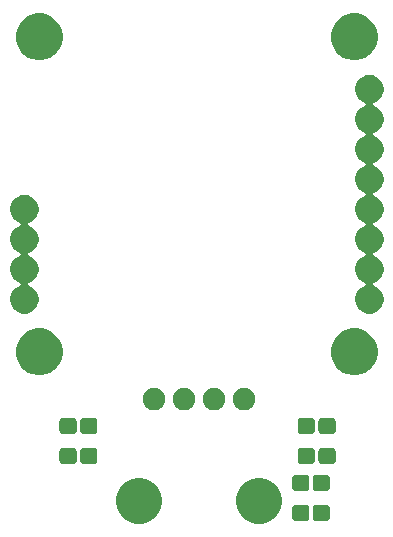
<source format=gbr>
G04 #@! TF.GenerationSoftware,KiCad,Pcbnew,(5.0.2)-1*
G04 #@! TF.CreationDate,2019-03-03T18:02:14-06:00*
G04 #@! TF.ProjectId,IMUBreakout_Hardware,494d5542-7265-4616-9b6f-75745f486172,rev?*
G04 #@! TF.SameCoordinates,Original*
G04 #@! TF.FileFunction,Soldermask,Top*
G04 #@! TF.FilePolarity,Negative*
%FSLAX46Y46*%
G04 Gerber Fmt 4.6, Leading zero omitted, Abs format (unit mm)*
G04 Created by KiCad (PCBNEW (5.0.2)-1) date 3/3/2019 6:02:14 PM*
%MOMM*%
%LPD*%
G01*
G04 APERTURE LIST*
%ADD10C,0.100000*%
G04 APERTURE END LIST*
D10*
G36*
X167236299Y-102034976D02*
X167236301Y-102034977D01*
X167236302Y-102034977D01*
X167586629Y-102180087D01*
X167586630Y-102180088D01*
X167901919Y-102390757D01*
X168170043Y-102658881D01*
X168170045Y-102658884D01*
X168380713Y-102974171D01*
X168525823Y-103324498D01*
X168525824Y-103324501D01*
X168599800Y-103696403D01*
X168599800Y-104075597D01*
X168528242Y-104435344D01*
X168525823Y-104447502D01*
X168380713Y-104797829D01*
X168380712Y-104797830D01*
X168170043Y-105113119D01*
X167901919Y-105381243D01*
X167901916Y-105381245D01*
X167586629Y-105591913D01*
X167236302Y-105737023D01*
X167236301Y-105737023D01*
X167236299Y-105737024D01*
X166864397Y-105811000D01*
X166485203Y-105811000D01*
X166113301Y-105737024D01*
X166113299Y-105737023D01*
X166113298Y-105737023D01*
X165762971Y-105591913D01*
X165447684Y-105381245D01*
X165447681Y-105381243D01*
X165179557Y-105113119D01*
X164968888Y-104797830D01*
X164968887Y-104797829D01*
X164823777Y-104447502D01*
X164821359Y-104435344D01*
X164749800Y-104075597D01*
X164749800Y-103696403D01*
X164823776Y-103324501D01*
X164823777Y-103324498D01*
X164968887Y-102974171D01*
X165179555Y-102658884D01*
X165179557Y-102658881D01*
X165447681Y-102390757D01*
X165762970Y-102180088D01*
X165762971Y-102180087D01*
X166113298Y-102034977D01*
X166113299Y-102034977D01*
X166113301Y-102034976D01*
X166485203Y-101961000D01*
X166864397Y-101961000D01*
X167236299Y-102034976D01*
X167236299Y-102034976D01*
G37*
G36*
X157076299Y-102034976D02*
X157076301Y-102034977D01*
X157076302Y-102034977D01*
X157426629Y-102180087D01*
X157426630Y-102180088D01*
X157741919Y-102390757D01*
X158010043Y-102658881D01*
X158010045Y-102658884D01*
X158220713Y-102974171D01*
X158365823Y-103324498D01*
X158365824Y-103324501D01*
X158439800Y-103696403D01*
X158439800Y-104075597D01*
X158368242Y-104435344D01*
X158365823Y-104447502D01*
X158220713Y-104797829D01*
X158220712Y-104797830D01*
X158010043Y-105113119D01*
X157741919Y-105381243D01*
X157741916Y-105381245D01*
X157426629Y-105591913D01*
X157076302Y-105737023D01*
X157076301Y-105737023D01*
X157076299Y-105737024D01*
X156704397Y-105811000D01*
X156325203Y-105811000D01*
X155953301Y-105737024D01*
X155953299Y-105737023D01*
X155953298Y-105737023D01*
X155602971Y-105591913D01*
X155287684Y-105381245D01*
X155287681Y-105381243D01*
X155019557Y-105113119D01*
X154808888Y-104797830D01*
X154808887Y-104797829D01*
X154663777Y-104447502D01*
X154661359Y-104435344D01*
X154589800Y-104075597D01*
X154589800Y-103696403D01*
X154663776Y-103324501D01*
X154663777Y-103324498D01*
X154808887Y-102974171D01*
X155019555Y-102658884D01*
X155019557Y-102658881D01*
X155287681Y-102390757D01*
X155602970Y-102180088D01*
X155602971Y-102180087D01*
X155953298Y-102034977D01*
X155953299Y-102034977D01*
X155953301Y-102034976D01*
X156325203Y-101961000D01*
X156704397Y-101961000D01*
X157076299Y-102034976D01*
X157076299Y-102034976D01*
G37*
G36*
X172461530Y-104232877D02*
X172513010Y-104248493D01*
X172560442Y-104273846D01*
X172602027Y-104307973D01*
X172636154Y-104349558D01*
X172661507Y-104396990D01*
X172677123Y-104448470D01*
X172683000Y-104508140D01*
X172683000Y-105295860D01*
X172677123Y-105355530D01*
X172661507Y-105407010D01*
X172636154Y-105454442D01*
X172602027Y-105496027D01*
X172560442Y-105530154D01*
X172513010Y-105555507D01*
X172461530Y-105571123D01*
X172401860Y-105577000D01*
X171514140Y-105577000D01*
X171454470Y-105571123D01*
X171402990Y-105555507D01*
X171355558Y-105530154D01*
X171313973Y-105496027D01*
X171279846Y-105454442D01*
X171254493Y-105407010D01*
X171238877Y-105355530D01*
X171233000Y-105295860D01*
X171233000Y-104508140D01*
X171238877Y-104448470D01*
X171254493Y-104396990D01*
X171279846Y-104349558D01*
X171313973Y-104307973D01*
X171355558Y-104273846D01*
X171402990Y-104248493D01*
X171454470Y-104232877D01*
X171514140Y-104227000D01*
X172401860Y-104227000D01*
X172461530Y-104232877D01*
X172461530Y-104232877D01*
G37*
G36*
X170711530Y-104232877D02*
X170763010Y-104248493D01*
X170810442Y-104273846D01*
X170852027Y-104307973D01*
X170886154Y-104349558D01*
X170911507Y-104396990D01*
X170927123Y-104448470D01*
X170933000Y-104508140D01*
X170933000Y-105295860D01*
X170927123Y-105355530D01*
X170911507Y-105407010D01*
X170886154Y-105454442D01*
X170852027Y-105496027D01*
X170810442Y-105530154D01*
X170763010Y-105555507D01*
X170711530Y-105571123D01*
X170651860Y-105577000D01*
X169764140Y-105577000D01*
X169704470Y-105571123D01*
X169652990Y-105555507D01*
X169605558Y-105530154D01*
X169563973Y-105496027D01*
X169529846Y-105454442D01*
X169504493Y-105407010D01*
X169488877Y-105355530D01*
X169483000Y-105295860D01*
X169483000Y-104508140D01*
X169488877Y-104448470D01*
X169504493Y-104396990D01*
X169529846Y-104349558D01*
X169563973Y-104307973D01*
X169605558Y-104273846D01*
X169652990Y-104248493D01*
X169704470Y-104232877D01*
X169764140Y-104227000D01*
X170651860Y-104227000D01*
X170711530Y-104232877D01*
X170711530Y-104232877D01*
G37*
G36*
X170711530Y-101692877D02*
X170763010Y-101708493D01*
X170810442Y-101733846D01*
X170852027Y-101767973D01*
X170886154Y-101809558D01*
X170911507Y-101856990D01*
X170927123Y-101908470D01*
X170933000Y-101968140D01*
X170933000Y-102755860D01*
X170927123Y-102815530D01*
X170911507Y-102867010D01*
X170886154Y-102914442D01*
X170852027Y-102956027D01*
X170810442Y-102990154D01*
X170763010Y-103015507D01*
X170711530Y-103031123D01*
X170651860Y-103037000D01*
X169764140Y-103037000D01*
X169704470Y-103031123D01*
X169652990Y-103015507D01*
X169605558Y-102990154D01*
X169563973Y-102956027D01*
X169529846Y-102914442D01*
X169504493Y-102867010D01*
X169488877Y-102815530D01*
X169483000Y-102755860D01*
X169483000Y-101968140D01*
X169488877Y-101908470D01*
X169504493Y-101856990D01*
X169529846Y-101809558D01*
X169563973Y-101767973D01*
X169605558Y-101733846D01*
X169652990Y-101708493D01*
X169704470Y-101692877D01*
X169764140Y-101687000D01*
X170651860Y-101687000D01*
X170711530Y-101692877D01*
X170711530Y-101692877D01*
G37*
G36*
X172461530Y-101692877D02*
X172513010Y-101708493D01*
X172560442Y-101733846D01*
X172602027Y-101767973D01*
X172636154Y-101809558D01*
X172661507Y-101856990D01*
X172677123Y-101908470D01*
X172683000Y-101968140D01*
X172683000Y-102755860D01*
X172677123Y-102815530D01*
X172661507Y-102867010D01*
X172636154Y-102914442D01*
X172602027Y-102956027D01*
X172560442Y-102990154D01*
X172513010Y-103015507D01*
X172461530Y-103031123D01*
X172401860Y-103037000D01*
X171514140Y-103037000D01*
X171454470Y-103031123D01*
X171402990Y-103015507D01*
X171355558Y-102990154D01*
X171313973Y-102956027D01*
X171279846Y-102914442D01*
X171254493Y-102867010D01*
X171238877Y-102815530D01*
X171233000Y-102755860D01*
X171233000Y-101968140D01*
X171238877Y-101908470D01*
X171254493Y-101856990D01*
X171279846Y-101809558D01*
X171313973Y-101767973D01*
X171355558Y-101733846D01*
X171402990Y-101708493D01*
X171454470Y-101692877D01*
X171514140Y-101687000D01*
X172401860Y-101687000D01*
X172461530Y-101692877D01*
X172461530Y-101692877D01*
G37*
G36*
X172941530Y-99406877D02*
X172993010Y-99422493D01*
X173040442Y-99447846D01*
X173082027Y-99481973D01*
X173116154Y-99523558D01*
X173141507Y-99570990D01*
X173157123Y-99622470D01*
X173163000Y-99682140D01*
X173163000Y-100469860D01*
X173157123Y-100529530D01*
X173141507Y-100581010D01*
X173116154Y-100628442D01*
X173082027Y-100670027D01*
X173040442Y-100704154D01*
X172993010Y-100729507D01*
X172941530Y-100745123D01*
X172881860Y-100751000D01*
X171994140Y-100751000D01*
X171934470Y-100745123D01*
X171882990Y-100729507D01*
X171835558Y-100704154D01*
X171793973Y-100670027D01*
X171759846Y-100628442D01*
X171734493Y-100581010D01*
X171718877Y-100529530D01*
X171713000Y-100469860D01*
X171713000Y-99682140D01*
X171718877Y-99622470D01*
X171734493Y-99570990D01*
X171759846Y-99523558D01*
X171793973Y-99481973D01*
X171835558Y-99447846D01*
X171882990Y-99422493D01*
X171934470Y-99406877D01*
X171994140Y-99401000D01*
X172881860Y-99401000D01*
X172941530Y-99406877D01*
X172941530Y-99406877D01*
G37*
G36*
X171191530Y-99406877D02*
X171243010Y-99422493D01*
X171290442Y-99447846D01*
X171332027Y-99481973D01*
X171366154Y-99523558D01*
X171391507Y-99570990D01*
X171407123Y-99622470D01*
X171413000Y-99682140D01*
X171413000Y-100469860D01*
X171407123Y-100529530D01*
X171391507Y-100581010D01*
X171366154Y-100628442D01*
X171332027Y-100670027D01*
X171290442Y-100704154D01*
X171243010Y-100729507D01*
X171191530Y-100745123D01*
X171131860Y-100751000D01*
X170244140Y-100751000D01*
X170184470Y-100745123D01*
X170132990Y-100729507D01*
X170085558Y-100704154D01*
X170043973Y-100670027D01*
X170009846Y-100628442D01*
X169984493Y-100581010D01*
X169968877Y-100529530D01*
X169963000Y-100469860D01*
X169963000Y-99682140D01*
X169968877Y-99622470D01*
X169984493Y-99570990D01*
X170009846Y-99523558D01*
X170043973Y-99481973D01*
X170085558Y-99447846D01*
X170132990Y-99422493D01*
X170184470Y-99406877D01*
X170244140Y-99401000D01*
X171131860Y-99401000D01*
X171191530Y-99406877D01*
X171191530Y-99406877D01*
G37*
G36*
X152762530Y-99406877D02*
X152814010Y-99422493D01*
X152861442Y-99447846D01*
X152903027Y-99481973D01*
X152937154Y-99523558D01*
X152962507Y-99570990D01*
X152978123Y-99622470D01*
X152984000Y-99682140D01*
X152984000Y-100469860D01*
X152978123Y-100529530D01*
X152962507Y-100581010D01*
X152937154Y-100628442D01*
X152903027Y-100670027D01*
X152861442Y-100704154D01*
X152814010Y-100729507D01*
X152762530Y-100745123D01*
X152702860Y-100751000D01*
X151815140Y-100751000D01*
X151755470Y-100745123D01*
X151703990Y-100729507D01*
X151656558Y-100704154D01*
X151614973Y-100670027D01*
X151580846Y-100628442D01*
X151555493Y-100581010D01*
X151539877Y-100529530D01*
X151534000Y-100469860D01*
X151534000Y-99682140D01*
X151539877Y-99622470D01*
X151555493Y-99570990D01*
X151580846Y-99523558D01*
X151614973Y-99481973D01*
X151656558Y-99447846D01*
X151703990Y-99422493D01*
X151755470Y-99406877D01*
X151815140Y-99401000D01*
X152702860Y-99401000D01*
X152762530Y-99406877D01*
X152762530Y-99406877D01*
G37*
G36*
X151012530Y-99406877D02*
X151064010Y-99422493D01*
X151111442Y-99447846D01*
X151153027Y-99481973D01*
X151187154Y-99523558D01*
X151212507Y-99570990D01*
X151228123Y-99622470D01*
X151234000Y-99682140D01*
X151234000Y-100469860D01*
X151228123Y-100529530D01*
X151212507Y-100581010D01*
X151187154Y-100628442D01*
X151153027Y-100670027D01*
X151111442Y-100704154D01*
X151064010Y-100729507D01*
X151012530Y-100745123D01*
X150952860Y-100751000D01*
X150065140Y-100751000D01*
X150005470Y-100745123D01*
X149953990Y-100729507D01*
X149906558Y-100704154D01*
X149864973Y-100670027D01*
X149830846Y-100628442D01*
X149805493Y-100581010D01*
X149789877Y-100529530D01*
X149784000Y-100469860D01*
X149784000Y-99682140D01*
X149789877Y-99622470D01*
X149805493Y-99570990D01*
X149830846Y-99523558D01*
X149864973Y-99481973D01*
X149906558Y-99447846D01*
X149953990Y-99422493D01*
X150005470Y-99406877D01*
X150065140Y-99401000D01*
X150952860Y-99401000D01*
X151012530Y-99406877D01*
X151012530Y-99406877D01*
G37*
G36*
X152762530Y-96866877D02*
X152814010Y-96882493D01*
X152861442Y-96907846D01*
X152903027Y-96941973D01*
X152937154Y-96983558D01*
X152962507Y-97030990D01*
X152978123Y-97082470D01*
X152984000Y-97142140D01*
X152984000Y-97929860D01*
X152978123Y-97989530D01*
X152962507Y-98041010D01*
X152937154Y-98088442D01*
X152903027Y-98130027D01*
X152861442Y-98164154D01*
X152814010Y-98189507D01*
X152762530Y-98205123D01*
X152702860Y-98211000D01*
X151815140Y-98211000D01*
X151755470Y-98205123D01*
X151703990Y-98189507D01*
X151656558Y-98164154D01*
X151614973Y-98130027D01*
X151580846Y-98088442D01*
X151555493Y-98041010D01*
X151539877Y-97989530D01*
X151534000Y-97929860D01*
X151534000Y-97142140D01*
X151539877Y-97082470D01*
X151555493Y-97030990D01*
X151580846Y-96983558D01*
X151614973Y-96941973D01*
X151656558Y-96907846D01*
X151703990Y-96882493D01*
X151755470Y-96866877D01*
X151815140Y-96861000D01*
X152702860Y-96861000D01*
X152762530Y-96866877D01*
X152762530Y-96866877D01*
G37*
G36*
X172941530Y-96866877D02*
X172993010Y-96882493D01*
X173040442Y-96907846D01*
X173082027Y-96941973D01*
X173116154Y-96983558D01*
X173141507Y-97030990D01*
X173157123Y-97082470D01*
X173163000Y-97142140D01*
X173163000Y-97929860D01*
X173157123Y-97989530D01*
X173141507Y-98041010D01*
X173116154Y-98088442D01*
X173082027Y-98130027D01*
X173040442Y-98164154D01*
X172993010Y-98189507D01*
X172941530Y-98205123D01*
X172881860Y-98211000D01*
X171994140Y-98211000D01*
X171934470Y-98205123D01*
X171882990Y-98189507D01*
X171835558Y-98164154D01*
X171793973Y-98130027D01*
X171759846Y-98088442D01*
X171734493Y-98041010D01*
X171718877Y-97989530D01*
X171713000Y-97929860D01*
X171713000Y-97142140D01*
X171718877Y-97082470D01*
X171734493Y-97030990D01*
X171759846Y-96983558D01*
X171793973Y-96941973D01*
X171835558Y-96907846D01*
X171882990Y-96882493D01*
X171934470Y-96866877D01*
X171994140Y-96861000D01*
X172881860Y-96861000D01*
X172941530Y-96866877D01*
X172941530Y-96866877D01*
G37*
G36*
X151012530Y-96866877D02*
X151064010Y-96882493D01*
X151111442Y-96907846D01*
X151153027Y-96941973D01*
X151187154Y-96983558D01*
X151212507Y-97030990D01*
X151228123Y-97082470D01*
X151234000Y-97142140D01*
X151234000Y-97929860D01*
X151228123Y-97989530D01*
X151212507Y-98041010D01*
X151187154Y-98088442D01*
X151153027Y-98130027D01*
X151111442Y-98164154D01*
X151064010Y-98189507D01*
X151012530Y-98205123D01*
X150952860Y-98211000D01*
X150065140Y-98211000D01*
X150005470Y-98205123D01*
X149953990Y-98189507D01*
X149906558Y-98164154D01*
X149864973Y-98130027D01*
X149830846Y-98088442D01*
X149805493Y-98041010D01*
X149789877Y-97989530D01*
X149784000Y-97929860D01*
X149784000Y-97142140D01*
X149789877Y-97082470D01*
X149805493Y-97030990D01*
X149830846Y-96983558D01*
X149864973Y-96941973D01*
X149906558Y-96907846D01*
X149953990Y-96882493D01*
X150005470Y-96866877D01*
X150065140Y-96861000D01*
X150952860Y-96861000D01*
X151012530Y-96866877D01*
X151012530Y-96866877D01*
G37*
G36*
X171191530Y-96866877D02*
X171243010Y-96882493D01*
X171290442Y-96907846D01*
X171332027Y-96941973D01*
X171366154Y-96983558D01*
X171391507Y-97030990D01*
X171407123Y-97082470D01*
X171413000Y-97142140D01*
X171413000Y-97929860D01*
X171407123Y-97989530D01*
X171391507Y-98041010D01*
X171366154Y-98088442D01*
X171332027Y-98130027D01*
X171290442Y-98164154D01*
X171243010Y-98189507D01*
X171191530Y-98205123D01*
X171131860Y-98211000D01*
X170244140Y-98211000D01*
X170184470Y-98205123D01*
X170132990Y-98189507D01*
X170085558Y-98164154D01*
X170043973Y-98130027D01*
X170009846Y-98088442D01*
X169984493Y-98041010D01*
X169968877Y-97989530D01*
X169963000Y-97929860D01*
X169963000Y-97142140D01*
X169968877Y-97082470D01*
X169984493Y-97030990D01*
X170009846Y-96983558D01*
X170043973Y-96941973D01*
X170085558Y-96907846D01*
X170132990Y-96882493D01*
X170184470Y-96866877D01*
X170244140Y-96861000D01*
X171131860Y-96861000D01*
X171191530Y-96866877D01*
X171191530Y-96866877D01*
G37*
G36*
X163145403Y-94324968D02*
X163145406Y-94324969D01*
X163145405Y-94324969D01*
X163320478Y-94397486D01*
X163320479Y-94397487D01*
X163478041Y-94502767D01*
X163612033Y-94636759D01*
X163612034Y-94636761D01*
X163717314Y-94794322D01*
X163773403Y-94929734D01*
X163789832Y-94969397D01*
X163826800Y-95155250D01*
X163826800Y-95344750D01*
X163789832Y-95530603D01*
X163789831Y-95530605D01*
X163717314Y-95705678D01*
X163717313Y-95705679D01*
X163612033Y-95863241D01*
X163478041Y-95997233D01*
X163398723Y-96050232D01*
X163320478Y-96102514D01*
X163185066Y-96158603D01*
X163145403Y-96175032D01*
X162959550Y-96212000D01*
X162770050Y-96212000D01*
X162584197Y-96175032D01*
X162544534Y-96158603D01*
X162409122Y-96102514D01*
X162330877Y-96050232D01*
X162251559Y-95997233D01*
X162117567Y-95863241D01*
X162012287Y-95705679D01*
X162012286Y-95705678D01*
X161939769Y-95530605D01*
X161939768Y-95530603D01*
X161902800Y-95344750D01*
X161902800Y-95155250D01*
X161939768Y-94969397D01*
X161956197Y-94929734D01*
X162012286Y-94794322D01*
X162117566Y-94636761D01*
X162117567Y-94636759D01*
X162251559Y-94502767D01*
X162409121Y-94397487D01*
X162409122Y-94397486D01*
X162584195Y-94324969D01*
X162584194Y-94324969D01*
X162584197Y-94324968D01*
X162770050Y-94288000D01*
X162959550Y-94288000D01*
X163145403Y-94324968D01*
X163145403Y-94324968D01*
G37*
G36*
X165685403Y-94324968D02*
X165685406Y-94324969D01*
X165685405Y-94324969D01*
X165860478Y-94397486D01*
X165860479Y-94397487D01*
X166018041Y-94502767D01*
X166152033Y-94636759D01*
X166152034Y-94636761D01*
X166257314Y-94794322D01*
X166313403Y-94929734D01*
X166329832Y-94969397D01*
X166366800Y-95155250D01*
X166366800Y-95344750D01*
X166329832Y-95530603D01*
X166329831Y-95530605D01*
X166257314Y-95705678D01*
X166257313Y-95705679D01*
X166152033Y-95863241D01*
X166018041Y-95997233D01*
X165938723Y-96050232D01*
X165860478Y-96102514D01*
X165725066Y-96158603D01*
X165685403Y-96175032D01*
X165499550Y-96212000D01*
X165310050Y-96212000D01*
X165124197Y-96175032D01*
X165084534Y-96158603D01*
X164949122Y-96102514D01*
X164870877Y-96050232D01*
X164791559Y-95997233D01*
X164657567Y-95863241D01*
X164552287Y-95705679D01*
X164552286Y-95705678D01*
X164479769Y-95530605D01*
X164479768Y-95530603D01*
X164442800Y-95344750D01*
X164442800Y-95155250D01*
X164479768Y-94969397D01*
X164496197Y-94929734D01*
X164552286Y-94794322D01*
X164657566Y-94636761D01*
X164657567Y-94636759D01*
X164791559Y-94502767D01*
X164949121Y-94397487D01*
X164949122Y-94397486D01*
X165124195Y-94324969D01*
X165124194Y-94324969D01*
X165124197Y-94324968D01*
X165310050Y-94288000D01*
X165499550Y-94288000D01*
X165685403Y-94324968D01*
X165685403Y-94324968D01*
G37*
G36*
X160605403Y-94324968D02*
X160605406Y-94324969D01*
X160605405Y-94324969D01*
X160780478Y-94397486D01*
X160780479Y-94397487D01*
X160938041Y-94502767D01*
X161072033Y-94636759D01*
X161072034Y-94636761D01*
X161177314Y-94794322D01*
X161233403Y-94929734D01*
X161249832Y-94969397D01*
X161286800Y-95155250D01*
X161286800Y-95344750D01*
X161249832Y-95530603D01*
X161249831Y-95530605D01*
X161177314Y-95705678D01*
X161177313Y-95705679D01*
X161072033Y-95863241D01*
X160938041Y-95997233D01*
X160858723Y-96050232D01*
X160780478Y-96102514D01*
X160645066Y-96158603D01*
X160605403Y-96175032D01*
X160419550Y-96212000D01*
X160230050Y-96212000D01*
X160044197Y-96175032D01*
X160004534Y-96158603D01*
X159869122Y-96102514D01*
X159790877Y-96050232D01*
X159711559Y-95997233D01*
X159577567Y-95863241D01*
X159472287Y-95705679D01*
X159472286Y-95705678D01*
X159399769Y-95530605D01*
X159399768Y-95530603D01*
X159362800Y-95344750D01*
X159362800Y-95155250D01*
X159399768Y-94969397D01*
X159416197Y-94929734D01*
X159472286Y-94794322D01*
X159577566Y-94636761D01*
X159577567Y-94636759D01*
X159711559Y-94502767D01*
X159869121Y-94397487D01*
X159869122Y-94397486D01*
X160044195Y-94324969D01*
X160044194Y-94324969D01*
X160044197Y-94324968D01*
X160230050Y-94288000D01*
X160419550Y-94288000D01*
X160605403Y-94324968D01*
X160605403Y-94324968D01*
G37*
G36*
X158065403Y-94324968D02*
X158065406Y-94324969D01*
X158065405Y-94324969D01*
X158240478Y-94397486D01*
X158240479Y-94397487D01*
X158398041Y-94502767D01*
X158532033Y-94636759D01*
X158532034Y-94636761D01*
X158637314Y-94794322D01*
X158693403Y-94929734D01*
X158709832Y-94969397D01*
X158746800Y-95155250D01*
X158746800Y-95344750D01*
X158709832Y-95530603D01*
X158709831Y-95530605D01*
X158637314Y-95705678D01*
X158637313Y-95705679D01*
X158532033Y-95863241D01*
X158398041Y-95997233D01*
X158318723Y-96050232D01*
X158240478Y-96102514D01*
X158105066Y-96158603D01*
X158065403Y-96175032D01*
X157879550Y-96212000D01*
X157690050Y-96212000D01*
X157504197Y-96175032D01*
X157464534Y-96158603D01*
X157329122Y-96102514D01*
X157250877Y-96050232D01*
X157171559Y-95997233D01*
X157037567Y-95863241D01*
X156932287Y-95705679D01*
X156932286Y-95705678D01*
X156859769Y-95530605D01*
X156859768Y-95530603D01*
X156822800Y-95344750D01*
X156822800Y-95155250D01*
X156859768Y-94969397D01*
X156876197Y-94929734D01*
X156932286Y-94794322D01*
X157037566Y-94636761D01*
X157037567Y-94636759D01*
X157171559Y-94502767D01*
X157329121Y-94397487D01*
X157329122Y-94397486D01*
X157504195Y-94324969D01*
X157504194Y-94324969D01*
X157504197Y-94324968D01*
X157690050Y-94288000D01*
X157879550Y-94288000D01*
X158065403Y-94324968D01*
X158065403Y-94324968D01*
G37*
G36*
X175324961Y-89364014D02*
X175684933Y-89513119D01*
X176008905Y-89729590D01*
X176284411Y-90005096D01*
X176500882Y-90329068D01*
X176649987Y-90689040D01*
X176726000Y-91071184D01*
X176726000Y-91460818D01*
X176649987Y-91842962D01*
X176500882Y-92202934D01*
X176284411Y-92526906D01*
X176008905Y-92802412D01*
X175684933Y-93018883D01*
X175324961Y-93167988D01*
X174942817Y-93244001D01*
X174553183Y-93244001D01*
X174171039Y-93167988D01*
X173811067Y-93018883D01*
X173487095Y-92802412D01*
X173211589Y-92526906D01*
X172995118Y-92202934D01*
X172846013Y-91842962D01*
X172770000Y-91460818D01*
X172770000Y-91071184D01*
X172846013Y-90689040D01*
X172995118Y-90329068D01*
X173211589Y-90005096D01*
X173487095Y-89729590D01*
X173811067Y-89513119D01*
X174171039Y-89364014D01*
X174553183Y-89288001D01*
X174942817Y-89288001D01*
X175324961Y-89364014D01*
X175324961Y-89364014D01*
G37*
G36*
X148654961Y-89364014D02*
X149014933Y-89513119D01*
X149338905Y-89729590D01*
X149614411Y-90005096D01*
X149830882Y-90329068D01*
X149979987Y-90689040D01*
X150056000Y-91071184D01*
X150056000Y-91460818D01*
X149979987Y-91842962D01*
X149830882Y-92202934D01*
X149614411Y-92526906D01*
X149338905Y-92802412D01*
X149014933Y-93018883D01*
X148654961Y-93167988D01*
X148272817Y-93244001D01*
X147883183Y-93244001D01*
X147501039Y-93167988D01*
X147141067Y-93018883D01*
X146817095Y-92802412D01*
X146541589Y-92526906D01*
X146325118Y-92202934D01*
X146176013Y-91842962D01*
X146100000Y-91460818D01*
X146100000Y-91071184D01*
X146176013Y-90689040D01*
X146325118Y-90329068D01*
X146541589Y-90005096D01*
X146817095Y-89729590D01*
X147141067Y-89513119D01*
X147501039Y-89364014D01*
X147883183Y-89288001D01*
X148272817Y-89288001D01*
X148654961Y-89364014D01*
X148654961Y-89364014D01*
G37*
G36*
X147162692Y-78026730D02*
X147383993Y-78118396D01*
X147583158Y-78251474D01*
X147752527Y-78420843D01*
X147885605Y-78620008D01*
X147977271Y-78841309D01*
X148024000Y-79076234D01*
X148024000Y-79315768D01*
X147977271Y-79550693D01*
X147885605Y-79771994D01*
X147752527Y-79971159D01*
X147583158Y-80140528D01*
X147383993Y-80273606D01*
X147198316Y-80350516D01*
X147176706Y-80362067D01*
X147157764Y-80377613D01*
X147142218Y-80396555D01*
X147130667Y-80418166D01*
X147123554Y-80441615D01*
X147121152Y-80466001D01*
X147123554Y-80490387D01*
X147130667Y-80513837D01*
X147142218Y-80535447D01*
X147157764Y-80554389D01*
X147176706Y-80569935D01*
X147198316Y-80581486D01*
X147383993Y-80658396D01*
X147583158Y-80791474D01*
X147752527Y-80960843D01*
X147885605Y-81160008D01*
X147977271Y-81381309D01*
X148024000Y-81616234D01*
X148024000Y-81855768D01*
X147977271Y-82090693D01*
X147885605Y-82311994D01*
X147752527Y-82511159D01*
X147583158Y-82680528D01*
X147383993Y-82813606D01*
X147198316Y-82890516D01*
X147176706Y-82902067D01*
X147157764Y-82917613D01*
X147142218Y-82936555D01*
X147130667Y-82958166D01*
X147123554Y-82981615D01*
X147121152Y-83006001D01*
X147123554Y-83030387D01*
X147130667Y-83053837D01*
X147142218Y-83075447D01*
X147157764Y-83094389D01*
X147176706Y-83109935D01*
X147198316Y-83121486D01*
X147383993Y-83198396D01*
X147583158Y-83331474D01*
X147752527Y-83500843D01*
X147885605Y-83700008D01*
X147977271Y-83921309D01*
X148024000Y-84156234D01*
X148024000Y-84395768D01*
X147977271Y-84630693D01*
X147885605Y-84851994D01*
X147752527Y-85051159D01*
X147583158Y-85220528D01*
X147383993Y-85353606D01*
X147198316Y-85430516D01*
X147176706Y-85442067D01*
X147157764Y-85457613D01*
X147142218Y-85476555D01*
X147130667Y-85498166D01*
X147123554Y-85521615D01*
X147121152Y-85546001D01*
X147123554Y-85570387D01*
X147130667Y-85593837D01*
X147142218Y-85615447D01*
X147157764Y-85634389D01*
X147176706Y-85649935D01*
X147198316Y-85661486D01*
X147383993Y-85738396D01*
X147583158Y-85871474D01*
X147752527Y-86040843D01*
X147885605Y-86240008D01*
X147977271Y-86461309D01*
X148024000Y-86696234D01*
X148024000Y-86935768D01*
X147977271Y-87170693D01*
X147885605Y-87391994D01*
X147752527Y-87591159D01*
X147583158Y-87760528D01*
X147383993Y-87893606D01*
X147162692Y-87985272D01*
X146927767Y-88032001D01*
X146688233Y-88032001D01*
X146453308Y-87985272D01*
X146232007Y-87893606D01*
X146032842Y-87760528D01*
X145863473Y-87591159D01*
X145730395Y-87391994D01*
X145638729Y-87170693D01*
X145592000Y-86935768D01*
X145592000Y-86696234D01*
X145638729Y-86461309D01*
X145730395Y-86240008D01*
X145863473Y-86040843D01*
X146032842Y-85871474D01*
X146232007Y-85738396D01*
X146417684Y-85661486D01*
X146439294Y-85649935D01*
X146458236Y-85634389D01*
X146473782Y-85615447D01*
X146485333Y-85593836D01*
X146492446Y-85570387D01*
X146494848Y-85546001D01*
X146492446Y-85521615D01*
X146485333Y-85498165D01*
X146473782Y-85476555D01*
X146458236Y-85457613D01*
X146439294Y-85442067D01*
X146417684Y-85430516D01*
X146232007Y-85353606D01*
X146032842Y-85220528D01*
X145863473Y-85051159D01*
X145730395Y-84851994D01*
X145638729Y-84630693D01*
X145592000Y-84395768D01*
X145592000Y-84156234D01*
X145638729Y-83921309D01*
X145730395Y-83700008D01*
X145863473Y-83500843D01*
X146032842Y-83331474D01*
X146232007Y-83198396D01*
X146417684Y-83121486D01*
X146439294Y-83109935D01*
X146458236Y-83094389D01*
X146473782Y-83075447D01*
X146485333Y-83053836D01*
X146492446Y-83030387D01*
X146494848Y-83006001D01*
X146492446Y-82981615D01*
X146485333Y-82958165D01*
X146473782Y-82936555D01*
X146458236Y-82917613D01*
X146439294Y-82902067D01*
X146417684Y-82890516D01*
X146232007Y-82813606D01*
X146032842Y-82680528D01*
X145863473Y-82511159D01*
X145730395Y-82311994D01*
X145638729Y-82090693D01*
X145592000Y-81855768D01*
X145592000Y-81616234D01*
X145638729Y-81381309D01*
X145730395Y-81160008D01*
X145863473Y-80960843D01*
X146032842Y-80791474D01*
X146232007Y-80658396D01*
X146417684Y-80581486D01*
X146439294Y-80569935D01*
X146458236Y-80554389D01*
X146473782Y-80535447D01*
X146485333Y-80513836D01*
X146492446Y-80490387D01*
X146494848Y-80466001D01*
X146492446Y-80441615D01*
X146485333Y-80418165D01*
X146473782Y-80396555D01*
X146458236Y-80377613D01*
X146439294Y-80362067D01*
X146417684Y-80350516D01*
X146232007Y-80273606D01*
X146032842Y-80140528D01*
X145863473Y-79971159D01*
X145730395Y-79771994D01*
X145638729Y-79550693D01*
X145592000Y-79315768D01*
X145592000Y-79076234D01*
X145638729Y-78841309D01*
X145730395Y-78620008D01*
X145863473Y-78420843D01*
X146032842Y-78251474D01*
X146232007Y-78118396D01*
X146453308Y-78026730D01*
X146688233Y-77980001D01*
X146927767Y-77980001D01*
X147162692Y-78026730D01*
X147162692Y-78026730D01*
G37*
G36*
X176372691Y-67866730D02*
X176593992Y-67958396D01*
X176793157Y-68091474D01*
X176962526Y-68260843D01*
X177095604Y-68460008D01*
X177187270Y-68681309D01*
X177233999Y-68916234D01*
X177233999Y-69155768D01*
X177187270Y-69390693D01*
X177095604Y-69611994D01*
X176962526Y-69811159D01*
X176793157Y-69980528D01*
X176593992Y-70113606D01*
X176408315Y-70190516D01*
X176386705Y-70202067D01*
X176367763Y-70217613D01*
X176352217Y-70236555D01*
X176340666Y-70258166D01*
X176333553Y-70281615D01*
X176331151Y-70306001D01*
X176333553Y-70330387D01*
X176340666Y-70353837D01*
X176352217Y-70375447D01*
X176367763Y-70394389D01*
X176386705Y-70409935D01*
X176408315Y-70421486D01*
X176593992Y-70498396D01*
X176793157Y-70631474D01*
X176962526Y-70800843D01*
X177095604Y-71000008D01*
X177187270Y-71221309D01*
X177233999Y-71456234D01*
X177233999Y-71695768D01*
X177187270Y-71930693D01*
X177095604Y-72151994D01*
X176962526Y-72351159D01*
X176793157Y-72520528D01*
X176593992Y-72653606D01*
X176408315Y-72730516D01*
X176386705Y-72742067D01*
X176367763Y-72757613D01*
X176352217Y-72776555D01*
X176340666Y-72798166D01*
X176333553Y-72821615D01*
X176331151Y-72846001D01*
X176333553Y-72870387D01*
X176340666Y-72893837D01*
X176352217Y-72915447D01*
X176367763Y-72934389D01*
X176386705Y-72949935D01*
X176408315Y-72961486D01*
X176593992Y-73038396D01*
X176793157Y-73171474D01*
X176962526Y-73340843D01*
X177095604Y-73540008D01*
X177187270Y-73761309D01*
X177233999Y-73996234D01*
X177233999Y-74235768D01*
X177187270Y-74470693D01*
X177095604Y-74691994D01*
X176962526Y-74891159D01*
X176793157Y-75060528D01*
X176593992Y-75193606D01*
X176408315Y-75270516D01*
X176386705Y-75282067D01*
X176367763Y-75297613D01*
X176352217Y-75316555D01*
X176340666Y-75338166D01*
X176333553Y-75361615D01*
X176331151Y-75386001D01*
X176333553Y-75410387D01*
X176340666Y-75433837D01*
X176352217Y-75455447D01*
X176367763Y-75474389D01*
X176386705Y-75489935D01*
X176408315Y-75501486D01*
X176593992Y-75578396D01*
X176793157Y-75711474D01*
X176962526Y-75880843D01*
X177095604Y-76080008D01*
X177187270Y-76301309D01*
X177233999Y-76536234D01*
X177233999Y-76775768D01*
X177187270Y-77010693D01*
X177095604Y-77231994D01*
X176962526Y-77431159D01*
X176793157Y-77600528D01*
X176593992Y-77733606D01*
X176408315Y-77810516D01*
X176386705Y-77822067D01*
X176367763Y-77837613D01*
X176352217Y-77856555D01*
X176340666Y-77878166D01*
X176333553Y-77901615D01*
X176331151Y-77926001D01*
X176333553Y-77950387D01*
X176340666Y-77973837D01*
X176352217Y-77995447D01*
X176367763Y-78014389D01*
X176386705Y-78029935D01*
X176408315Y-78041486D01*
X176593992Y-78118396D01*
X176793157Y-78251474D01*
X176962526Y-78420843D01*
X177095604Y-78620008D01*
X177187270Y-78841309D01*
X177233999Y-79076234D01*
X177233999Y-79315768D01*
X177187270Y-79550693D01*
X177095604Y-79771994D01*
X176962526Y-79971159D01*
X176793157Y-80140528D01*
X176593992Y-80273606D01*
X176408315Y-80350516D01*
X176386705Y-80362067D01*
X176367763Y-80377613D01*
X176352217Y-80396555D01*
X176340666Y-80418166D01*
X176333553Y-80441615D01*
X176331151Y-80466001D01*
X176333553Y-80490387D01*
X176340666Y-80513837D01*
X176352217Y-80535447D01*
X176367763Y-80554389D01*
X176386705Y-80569935D01*
X176408315Y-80581486D01*
X176593992Y-80658396D01*
X176793157Y-80791474D01*
X176962526Y-80960843D01*
X177095604Y-81160008D01*
X177187270Y-81381309D01*
X177233999Y-81616234D01*
X177233999Y-81855768D01*
X177187270Y-82090693D01*
X177095604Y-82311994D01*
X176962526Y-82511159D01*
X176793157Y-82680528D01*
X176593992Y-82813606D01*
X176408315Y-82890516D01*
X176386705Y-82902067D01*
X176367763Y-82917613D01*
X176352217Y-82936555D01*
X176340666Y-82958166D01*
X176333553Y-82981615D01*
X176331151Y-83006001D01*
X176333553Y-83030387D01*
X176340666Y-83053837D01*
X176352217Y-83075447D01*
X176367763Y-83094389D01*
X176386705Y-83109935D01*
X176408315Y-83121486D01*
X176593992Y-83198396D01*
X176793157Y-83331474D01*
X176962526Y-83500843D01*
X177095604Y-83700008D01*
X177187270Y-83921309D01*
X177233999Y-84156234D01*
X177233999Y-84395768D01*
X177187270Y-84630693D01*
X177095604Y-84851994D01*
X176962526Y-85051159D01*
X176793157Y-85220528D01*
X176593992Y-85353606D01*
X176408315Y-85430516D01*
X176386705Y-85442067D01*
X176367763Y-85457613D01*
X176352217Y-85476555D01*
X176340666Y-85498166D01*
X176333553Y-85521615D01*
X176331151Y-85546001D01*
X176333553Y-85570387D01*
X176340666Y-85593837D01*
X176352217Y-85615447D01*
X176367763Y-85634389D01*
X176386705Y-85649935D01*
X176408315Y-85661486D01*
X176593992Y-85738396D01*
X176793157Y-85871474D01*
X176962526Y-86040843D01*
X177095604Y-86240008D01*
X177187270Y-86461309D01*
X177233999Y-86696234D01*
X177233999Y-86935768D01*
X177187270Y-87170693D01*
X177095604Y-87391994D01*
X176962526Y-87591159D01*
X176793157Y-87760528D01*
X176593992Y-87893606D01*
X176372691Y-87985272D01*
X176137766Y-88032001D01*
X175898232Y-88032001D01*
X175663307Y-87985272D01*
X175442006Y-87893606D01*
X175242841Y-87760528D01*
X175073472Y-87591159D01*
X174940394Y-87391994D01*
X174848728Y-87170693D01*
X174801999Y-86935768D01*
X174801999Y-86696234D01*
X174848728Y-86461309D01*
X174940394Y-86240008D01*
X175073472Y-86040843D01*
X175242841Y-85871474D01*
X175442006Y-85738396D01*
X175627683Y-85661486D01*
X175649293Y-85649935D01*
X175668235Y-85634389D01*
X175683781Y-85615447D01*
X175695332Y-85593836D01*
X175702445Y-85570387D01*
X175704847Y-85546001D01*
X175702445Y-85521615D01*
X175695332Y-85498165D01*
X175683781Y-85476555D01*
X175668235Y-85457613D01*
X175649293Y-85442067D01*
X175627683Y-85430516D01*
X175442006Y-85353606D01*
X175242841Y-85220528D01*
X175073472Y-85051159D01*
X174940394Y-84851994D01*
X174848728Y-84630693D01*
X174801999Y-84395768D01*
X174801999Y-84156234D01*
X174848728Y-83921309D01*
X174940394Y-83700008D01*
X175073472Y-83500843D01*
X175242841Y-83331474D01*
X175442006Y-83198396D01*
X175627683Y-83121486D01*
X175649293Y-83109935D01*
X175668235Y-83094389D01*
X175683781Y-83075447D01*
X175695332Y-83053836D01*
X175702445Y-83030387D01*
X175704847Y-83006001D01*
X175702445Y-82981615D01*
X175695332Y-82958165D01*
X175683781Y-82936555D01*
X175668235Y-82917613D01*
X175649293Y-82902067D01*
X175627683Y-82890516D01*
X175442006Y-82813606D01*
X175242841Y-82680528D01*
X175073472Y-82511159D01*
X174940394Y-82311994D01*
X174848728Y-82090693D01*
X174801999Y-81855768D01*
X174801999Y-81616234D01*
X174848728Y-81381309D01*
X174940394Y-81160008D01*
X175073472Y-80960843D01*
X175242841Y-80791474D01*
X175442006Y-80658396D01*
X175627683Y-80581486D01*
X175649293Y-80569935D01*
X175668235Y-80554389D01*
X175683781Y-80535447D01*
X175695332Y-80513836D01*
X175702445Y-80490387D01*
X175704847Y-80466001D01*
X175702445Y-80441615D01*
X175695332Y-80418165D01*
X175683781Y-80396555D01*
X175668235Y-80377613D01*
X175649293Y-80362067D01*
X175627683Y-80350516D01*
X175442006Y-80273606D01*
X175242841Y-80140528D01*
X175073472Y-79971159D01*
X174940394Y-79771994D01*
X174848728Y-79550693D01*
X174801999Y-79315768D01*
X174801999Y-79076234D01*
X174848728Y-78841309D01*
X174940394Y-78620008D01*
X175073472Y-78420843D01*
X175242841Y-78251474D01*
X175442006Y-78118396D01*
X175627683Y-78041486D01*
X175649293Y-78029935D01*
X175668235Y-78014389D01*
X175683781Y-77995447D01*
X175695332Y-77973836D01*
X175702445Y-77950387D01*
X175704847Y-77926001D01*
X175702445Y-77901615D01*
X175695332Y-77878165D01*
X175683781Y-77856555D01*
X175668235Y-77837613D01*
X175649293Y-77822067D01*
X175627683Y-77810516D01*
X175442006Y-77733606D01*
X175242841Y-77600528D01*
X175073472Y-77431159D01*
X174940394Y-77231994D01*
X174848728Y-77010693D01*
X174801999Y-76775768D01*
X174801999Y-76536234D01*
X174848728Y-76301309D01*
X174940394Y-76080008D01*
X175073472Y-75880843D01*
X175242841Y-75711474D01*
X175442006Y-75578396D01*
X175627683Y-75501486D01*
X175649293Y-75489935D01*
X175668235Y-75474389D01*
X175683781Y-75455447D01*
X175695332Y-75433836D01*
X175702445Y-75410387D01*
X175704847Y-75386001D01*
X175702445Y-75361615D01*
X175695332Y-75338165D01*
X175683781Y-75316555D01*
X175668235Y-75297613D01*
X175649293Y-75282067D01*
X175627683Y-75270516D01*
X175442006Y-75193606D01*
X175242841Y-75060528D01*
X175073472Y-74891159D01*
X174940394Y-74691994D01*
X174848728Y-74470693D01*
X174801999Y-74235768D01*
X174801999Y-73996234D01*
X174848728Y-73761309D01*
X174940394Y-73540008D01*
X175073472Y-73340843D01*
X175242841Y-73171474D01*
X175442006Y-73038396D01*
X175627683Y-72961486D01*
X175649293Y-72949935D01*
X175668235Y-72934389D01*
X175683781Y-72915447D01*
X175695332Y-72893836D01*
X175702445Y-72870387D01*
X175704847Y-72846001D01*
X175702445Y-72821615D01*
X175695332Y-72798165D01*
X175683781Y-72776555D01*
X175668235Y-72757613D01*
X175649293Y-72742067D01*
X175627683Y-72730516D01*
X175442006Y-72653606D01*
X175242841Y-72520528D01*
X175073472Y-72351159D01*
X174940394Y-72151994D01*
X174848728Y-71930693D01*
X174801999Y-71695768D01*
X174801999Y-71456234D01*
X174848728Y-71221309D01*
X174940394Y-71000008D01*
X175073472Y-70800843D01*
X175242841Y-70631474D01*
X175442006Y-70498396D01*
X175627683Y-70421486D01*
X175649293Y-70409935D01*
X175668235Y-70394389D01*
X175683781Y-70375447D01*
X175695332Y-70353836D01*
X175702445Y-70330387D01*
X175704847Y-70306001D01*
X175702445Y-70281615D01*
X175695332Y-70258165D01*
X175683781Y-70236555D01*
X175668235Y-70217613D01*
X175649293Y-70202067D01*
X175627683Y-70190516D01*
X175442006Y-70113606D01*
X175242841Y-69980528D01*
X175073472Y-69811159D01*
X174940394Y-69611994D01*
X174848728Y-69390693D01*
X174801999Y-69155768D01*
X174801999Y-68916234D01*
X174848728Y-68681309D01*
X174940394Y-68460008D01*
X175073472Y-68260843D01*
X175242841Y-68091474D01*
X175442006Y-67958396D01*
X175663307Y-67866730D01*
X175898232Y-67820001D01*
X176137766Y-67820001D01*
X176372691Y-67866730D01*
X176372691Y-67866730D01*
G37*
G36*
X175324961Y-62694014D02*
X175684933Y-62843119D01*
X176008905Y-63059590D01*
X176284411Y-63335096D01*
X176500882Y-63659068D01*
X176649987Y-64019040D01*
X176726000Y-64401184D01*
X176726000Y-64790818D01*
X176649987Y-65172962D01*
X176500882Y-65532934D01*
X176284411Y-65856906D01*
X176008905Y-66132412D01*
X175684933Y-66348883D01*
X175324961Y-66497988D01*
X174942817Y-66574001D01*
X174553183Y-66574001D01*
X174171039Y-66497988D01*
X173811067Y-66348883D01*
X173487095Y-66132412D01*
X173211589Y-65856906D01*
X172995118Y-65532934D01*
X172846013Y-65172962D01*
X172770000Y-64790818D01*
X172770000Y-64401184D01*
X172846013Y-64019040D01*
X172995118Y-63659068D01*
X173211589Y-63335096D01*
X173487095Y-63059590D01*
X173811067Y-62843119D01*
X174171039Y-62694014D01*
X174553183Y-62618001D01*
X174942817Y-62618001D01*
X175324961Y-62694014D01*
X175324961Y-62694014D01*
G37*
G36*
X148654961Y-62694014D02*
X149014933Y-62843119D01*
X149338905Y-63059590D01*
X149614411Y-63335096D01*
X149830882Y-63659068D01*
X149979987Y-64019040D01*
X150056000Y-64401184D01*
X150056000Y-64790818D01*
X149979987Y-65172962D01*
X149830882Y-65532934D01*
X149614411Y-65856906D01*
X149338905Y-66132412D01*
X149014933Y-66348883D01*
X148654961Y-66497988D01*
X148272817Y-66574001D01*
X147883183Y-66574001D01*
X147501039Y-66497988D01*
X147141067Y-66348883D01*
X146817095Y-66132412D01*
X146541589Y-65856906D01*
X146325118Y-65532934D01*
X146176013Y-65172962D01*
X146100000Y-64790818D01*
X146100000Y-64401184D01*
X146176013Y-64019040D01*
X146325118Y-63659068D01*
X146541589Y-63335096D01*
X146817095Y-63059590D01*
X147141067Y-62843119D01*
X147501039Y-62694014D01*
X147883183Y-62618001D01*
X148272817Y-62618001D01*
X148654961Y-62694014D01*
X148654961Y-62694014D01*
G37*
M02*

</source>
